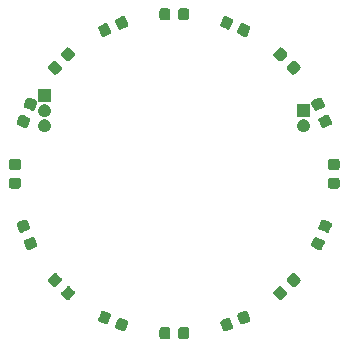
<source format=gbr>
G04 #@! TF.GenerationSoftware,KiCad,Pcbnew,(5.1.4)-1*
G04 #@! TF.CreationDate,2020-09-02T00:42:46-07:00*
G04 #@! TF.ProjectId,LED_Ring,4c45445f-5269-46e6-972e-6b696361645f,rev?*
G04 #@! TF.SameCoordinates,Original*
G04 #@! TF.FileFunction,Soldermask,Bot*
G04 #@! TF.FilePolarity,Negative*
%FSLAX46Y46*%
G04 Gerber Fmt 4.6, Leading zero omitted, Abs format (unit mm)*
G04 Created by KiCad (PCBNEW (5.1.4)-1) date 2020-09-02 00:42:46*
%MOMM*%
%LPD*%
G04 APERTURE LIST*
%ADD10C,0.100000*%
G04 APERTURE END LIST*
D10*
G36*
X111084497Y-93003799D02*
G01*
X111123107Y-93015511D01*
X111158693Y-93034533D01*
X111189876Y-93060124D01*
X111215467Y-93091307D01*
X111234489Y-93126893D01*
X111246201Y-93165503D01*
X111250400Y-93208141D01*
X111250400Y-93791859D01*
X111246201Y-93834497D01*
X111234489Y-93873107D01*
X111215467Y-93908693D01*
X111189876Y-93939876D01*
X111158693Y-93965467D01*
X111123107Y-93984489D01*
X111084497Y-93996201D01*
X111041859Y-94000400D01*
X110533141Y-94000400D01*
X110490503Y-93996201D01*
X110451893Y-93984489D01*
X110416307Y-93965467D01*
X110385124Y-93939876D01*
X110359533Y-93908693D01*
X110340511Y-93873107D01*
X110328799Y-93834497D01*
X110324600Y-93791859D01*
X110324600Y-93208141D01*
X110328799Y-93165503D01*
X110340511Y-93126893D01*
X110359533Y-93091307D01*
X110385124Y-93060124D01*
X110416307Y-93034533D01*
X110451893Y-93015511D01*
X110490503Y-93003799D01*
X110533141Y-92999600D01*
X111041859Y-92999600D01*
X111084497Y-93003799D01*
X111084497Y-93003799D01*
G37*
G36*
X109509497Y-93003799D02*
G01*
X109548107Y-93015511D01*
X109583693Y-93034533D01*
X109614876Y-93060124D01*
X109640467Y-93091307D01*
X109659489Y-93126893D01*
X109671201Y-93165503D01*
X109675400Y-93208141D01*
X109675400Y-93791859D01*
X109671201Y-93834497D01*
X109659489Y-93873107D01*
X109640467Y-93908693D01*
X109614876Y-93939876D01*
X109583693Y-93965467D01*
X109548107Y-93984489D01*
X109509497Y-93996201D01*
X109466859Y-94000400D01*
X108958141Y-94000400D01*
X108915503Y-93996201D01*
X108876893Y-93984489D01*
X108841307Y-93965467D01*
X108810124Y-93939876D01*
X108784533Y-93908693D01*
X108765511Y-93873107D01*
X108753799Y-93834497D01*
X108749600Y-93791859D01*
X108749600Y-93208141D01*
X108753799Y-93165503D01*
X108765511Y-93126893D01*
X108784533Y-93091307D01*
X108810124Y-93060124D01*
X108841307Y-93034533D01*
X108876893Y-93015511D01*
X108915503Y-93003799D01*
X108958141Y-92999600D01*
X109466859Y-92999600D01*
X109509497Y-93003799D01*
X109509497Y-93003799D01*
G37*
G36*
X105476819Y-92201650D02*
G01*
X105517835Y-92214092D01*
X105987819Y-92408765D01*
X106025605Y-92428963D01*
X106056799Y-92454562D01*
X106082388Y-92485743D01*
X106101409Y-92521329D01*
X106113120Y-92559935D01*
X106117075Y-92600085D01*
X106113121Y-92640232D01*
X106100679Y-92681247D01*
X106091917Y-92702400D01*
X106091916Y-92702404D01*
X106079911Y-92731386D01*
X105877305Y-93220522D01*
X105857105Y-93258311D01*
X105831513Y-93289496D01*
X105800323Y-93315093D01*
X105764741Y-93334112D01*
X105726135Y-93345823D01*
X105685985Y-93349778D01*
X105645839Y-93345824D01*
X105604823Y-93333382D01*
X105134839Y-93138709D01*
X105097053Y-93118511D01*
X105065859Y-93092912D01*
X105040270Y-93061731D01*
X105021249Y-93026145D01*
X105009538Y-92987539D01*
X105005583Y-92947389D01*
X105009537Y-92907242D01*
X105021979Y-92866227D01*
X105245353Y-92326952D01*
X105265553Y-92289163D01*
X105291145Y-92257978D01*
X105322335Y-92232381D01*
X105357917Y-92213362D01*
X105396523Y-92201651D01*
X105436673Y-92197696D01*
X105476819Y-92201650D01*
X105476819Y-92201650D01*
G37*
G36*
X114603477Y-92201651D02*
G01*
X114642083Y-92213362D01*
X114677669Y-92232383D01*
X114708850Y-92257972D01*
X114734449Y-92289166D01*
X114754647Y-92326952D01*
X114978021Y-92866227D01*
X114990463Y-92907243D01*
X114994417Y-92947389D01*
X114990462Y-92987539D01*
X114978751Y-93026145D01*
X114959732Y-93061727D01*
X114934135Y-93092917D01*
X114902950Y-93118509D01*
X114865161Y-93138709D01*
X114395177Y-93333382D01*
X114354162Y-93345824D01*
X114314015Y-93349778D01*
X114273865Y-93345823D01*
X114235259Y-93334112D01*
X114199673Y-93315091D01*
X114168492Y-93289502D01*
X114142893Y-93258308D01*
X114122695Y-93220522D01*
X113920089Y-92731386D01*
X113908084Y-92702404D01*
X113908083Y-92702400D01*
X113899321Y-92681247D01*
X113886879Y-92640231D01*
X113882925Y-92600085D01*
X113886880Y-92559935D01*
X113898591Y-92521329D01*
X113917610Y-92485747D01*
X113943207Y-92454557D01*
X113974392Y-92428965D01*
X114012181Y-92408765D01*
X114482165Y-92214092D01*
X114523180Y-92201650D01*
X114563327Y-92197696D01*
X114603477Y-92201651D01*
X114603477Y-92201651D01*
G37*
G36*
X116058587Y-91598925D02*
G01*
X116097193Y-91610636D01*
X116132779Y-91629657D01*
X116163960Y-91655246D01*
X116189559Y-91686440D01*
X116209757Y-91724226D01*
X116328586Y-92011106D01*
X116416296Y-92222856D01*
X116433131Y-92263501D01*
X116445573Y-92304517D01*
X116449527Y-92344663D01*
X116445572Y-92384813D01*
X116433861Y-92423419D01*
X116414842Y-92459001D01*
X116389245Y-92490191D01*
X116358060Y-92515783D01*
X116320271Y-92535983D01*
X115850287Y-92730656D01*
X115809272Y-92743098D01*
X115769125Y-92747052D01*
X115728975Y-92743097D01*
X115690369Y-92731386D01*
X115654783Y-92712365D01*
X115623602Y-92686776D01*
X115598003Y-92655582D01*
X115577805Y-92617796D01*
X115354431Y-92078521D01*
X115341989Y-92037505D01*
X115338035Y-91997359D01*
X115341990Y-91957209D01*
X115353701Y-91918603D01*
X115372720Y-91883021D01*
X115398317Y-91851831D01*
X115429502Y-91826239D01*
X115467291Y-91806039D01*
X115937275Y-91611366D01*
X115978290Y-91598924D01*
X116018437Y-91594970D01*
X116058587Y-91598925D01*
X116058587Y-91598925D01*
G37*
G36*
X104021709Y-91598924D02*
G01*
X104062725Y-91611366D01*
X104532709Y-91806039D01*
X104570495Y-91826237D01*
X104601689Y-91851836D01*
X104627278Y-91883017D01*
X104646299Y-91918603D01*
X104658010Y-91957209D01*
X104661965Y-91997359D01*
X104658011Y-92037506D01*
X104645569Y-92078521D01*
X104422195Y-92617796D01*
X104401995Y-92655585D01*
X104376403Y-92686770D01*
X104345213Y-92712367D01*
X104309631Y-92731386D01*
X104271025Y-92743097D01*
X104230875Y-92747052D01*
X104190729Y-92743098D01*
X104149713Y-92730656D01*
X103679729Y-92535983D01*
X103641943Y-92515785D01*
X103610749Y-92490186D01*
X103585160Y-92459005D01*
X103566139Y-92423419D01*
X103554428Y-92384813D01*
X103550473Y-92344663D01*
X103554427Y-92304516D01*
X103566869Y-92263501D01*
X103583705Y-92222856D01*
X103671414Y-92011106D01*
X103790243Y-91724226D01*
X103810443Y-91686437D01*
X103836035Y-91655252D01*
X103867225Y-91629655D01*
X103902807Y-91610636D01*
X103941413Y-91598925D01*
X103981563Y-91594970D01*
X104021709Y-91598924D01*
X104021709Y-91598924D01*
G37*
G36*
X119002725Y-89511181D02*
G01*
X119041335Y-89522893D01*
X119076921Y-89541915D01*
X119110043Y-89569097D01*
X119522787Y-89981841D01*
X119549969Y-90014963D01*
X119568991Y-90050549D01*
X119580703Y-90089159D01*
X119584657Y-90129306D01*
X119580703Y-90169453D01*
X119568991Y-90208063D01*
X119549969Y-90243649D01*
X119522787Y-90276771D01*
X119163077Y-90636481D01*
X119129955Y-90663663D01*
X119094369Y-90682685D01*
X119055759Y-90694397D01*
X119015612Y-90698351D01*
X118975465Y-90694397D01*
X118936855Y-90682685D01*
X118901269Y-90663663D01*
X118868147Y-90636481D01*
X118455403Y-90223737D01*
X118428221Y-90190615D01*
X118409199Y-90155029D01*
X118397487Y-90116419D01*
X118393533Y-90076272D01*
X118397487Y-90036125D01*
X118409199Y-89997515D01*
X118428221Y-89961929D01*
X118455403Y-89928807D01*
X118815113Y-89569097D01*
X118848235Y-89541915D01*
X118883821Y-89522893D01*
X118922431Y-89511181D01*
X118962578Y-89507227D01*
X119002725Y-89511181D01*
X119002725Y-89511181D01*
G37*
G36*
X101077569Y-89511181D02*
G01*
X101116179Y-89522893D01*
X101151765Y-89541915D01*
X101184887Y-89569097D01*
X101544597Y-89928807D01*
X101571779Y-89961929D01*
X101590801Y-89997515D01*
X101602513Y-90036125D01*
X101606467Y-90076272D01*
X101602513Y-90116419D01*
X101590801Y-90155029D01*
X101571779Y-90190615D01*
X101544597Y-90223737D01*
X101131853Y-90636481D01*
X101098731Y-90663663D01*
X101063145Y-90682685D01*
X101024535Y-90694397D01*
X100984388Y-90698351D01*
X100944241Y-90694397D01*
X100905631Y-90682685D01*
X100870045Y-90663663D01*
X100836923Y-90636481D01*
X100477213Y-90276771D01*
X100450031Y-90243649D01*
X100431009Y-90208063D01*
X100419297Y-90169453D01*
X100415343Y-90129306D01*
X100419297Y-90089159D01*
X100431009Y-90050549D01*
X100450031Y-90014963D01*
X100477213Y-89981841D01*
X100889957Y-89569097D01*
X100923079Y-89541915D01*
X100958665Y-89522893D01*
X100997275Y-89511181D01*
X101037422Y-89507227D01*
X101077569Y-89511181D01*
X101077569Y-89511181D01*
G37*
G36*
X120116419Y-88397487D02*
G01*
X120155029Y-88409199D01*
X120190615Y-88428221D01*
X120223737Y-88455403D01*
X120636481Y-88868147D01*
X120663663Y-88901269D01*
X120682685Y-88936855D01*
X120694397Y-88975465D01*
X120698351Y-89015612D01*
X120694397Y-89055759D01*
X120682685Y-89094369D01*
X120663663Y-89129955D01*
X120636481Y-89163077D01*
X120276771Y-89522787D01*
X120243649Y-89549969D01*
X120208063Y-89568991D01*
X120169453Y-89580703D01*
X120129306Y-89584657D01*
X120089159Y-89580703D01*
X120050549Y-89568991D01*
X120014963Y-89549969D01*
X119981841Y-89522787D01*
X119569097Y-89110043D01*
X119541915Y-89076921D01*
X119522893Y-89041335D01*
X119511181Y-89002725D01*
X119507227Y-88962578D01*
X119511181Y-88922431D01*
X119522893Y-88883821D01*
X119541915Y-88848235D01*
X119569097Y-88815113D01*
X119928807Y-88455403D01*
X119961929Y-88428221D01*
X119997515Y-88409199D01*
X120036125Y-88397487D01*
X120076272Y-88393533D01*
X120116419Y-88397487D01*
X120116419Y-88397487D01*
G37*
G36*
X99963875Y-88397487D02*
G01*
X100002485Y-88409199D01*
X100038071Y-88428221D01*
X100071193Y-88455403D01*
X100430903Y-88815113D01*
X100458085Y-88848235D01*
X100477107Y-88883821D01*
X100488819Y-88922431D01*
X100492773Y-88962578D01*
X100488819Y-89002725D01*
X100477107Y-89041335D01*
X100458085Y-89076921D01*
X100430903Y-89110043D01*
X100018159Y-89522787D01*
X99985037Y-89549969D01*
X99949451Y-89568991D01*
X99910841Y-89580703D01*
X99870694Y-89584657D01*
X99830547Y-89580703D01*
X99791937Y-89568991D01*
X99756351Y-89549969D01*
X99723229Y-89522787D01*
X99363519Y-89163077D01*
X99336337Y-89129955D01*
X99317315Y-89094369D01*
X99305603Y-89055759D01*
X99301649Y-89015612D01*
X99305603Y-88975465D01*
X99317315Y-88936855D01*
X99336337Y-88901269D01*
X99363519Y-88868147D01*
X99776263Y-88455403D01*
X99809385Y-88428221D01*
X99844971Y-88409199D01*
X99883581Y-88397487D01*
X99923728Y-88393533D01*
X99963875Y-88397487D01*
X99963875Y-88397487D01*
G37*
G36*
X98042791Y-85341990D02*
G01*
X98081397Y-85353701D01*
X98116979Y-85372720D01*
X98148169Y-85398317D01*
X98173761Y-85429502D01*
X98193961Y-85467291D01*
X98388634Y-85937275D01*
X98401076Y-85978290D01*
X98405030Y-86018437D01*
X98401075Y-86058587D01*
X98389364Y-86097193D01*
X98370343Y-86132779D01*
X98344754Y-86163960D01*
X98313560Y-86189559D01*
X98275774Y-86209757D01*
X97963455Y-86339123D01*
X97757656Y-86424368D01*
X97757652Y-86424369D01*
X97736499Y-86433131D01*
X97695483Y-86445573D01*
X97655337Y-86449527D01*
X97615187Y-86445572D01*
X97576581Y-86433861D01*
X97540999Y-86414842D01*
X97509809Y-86389245D01*
X97484217Y-86358060D01*
X97464017Y-86320271D01*
X97269344Y-85850287D01*
X97256902Y-85809272D01*
X97252948Y-85769125D01*
X97256903Y-85728975D01*
X97268614Y-85690369D01*
X97287635Y-85654783D01*
X97313224Y-85623602D01*
X97344418Y-85598003D01*
X97382204Y-85577805D01*
X97815528Y-85398317D01*
X97900322Y-85363194D01*
X97900326Y-85363193D01*
X97921479Y-85354431D01*
X97962495Y-85341989D01*
X98002641Y-85338035D01*
X98042791Y-85341990D01*
X98042791Y-85341990D01*
G37*
G36*
X122037506Y-85341989D02*
G01*
X122078521Y-85354431D01*
X122099674Y-85363193D01*
X122099678Y-85363194D01*
X122184472Y-85398317D01*
X122617796Y-85577805D01*
X122655585Y-85598005D01*
X122686770Y-85623597D01*
X122712367Y-85654787D01*
X122731386Y-85690369D01*
X122743097Y-85728975D01*
X122747052Y-85769125D01*
X122743098Y-85809271D01*
X122730656Y-85850287D01*
X122535983Y-86320271D01*
X122515785Y-86358057D01*
X122490186Y-86389251D01*
X122459005Y-86414840D01*
X122423419Y-86433861D01*
X122384813Y-86445572D01*
X122344663Y-86449527D01*
X122304516Y-86445573D01*
X122263501Y-86433131D01*
X122242348Y-86424369D01*
X122242344Y-86424368D01*
X122036545Y-86339123D01*
X121724226Y-86209757D01*
X121686437Y-86189557D01*
X121655252Y-86163965D01*
X121629655Y-86132775D01*
X121610636Y-86097193D01*
X121598925Y-86058587D01*
X121594970Y-86018437D01*
X121598924Y-85978291D01*
X121611366Y-85937275D01*
X121806039Y-85467291D01*
X121826237Y-85429505D01*
X121851836Y-85398311D01*
X121883017Y-85372722D01*
X121918603Y-85353701D01*
X121957209Y-85341990D01*
X121997359Y-85338035D01*
X122037506Y-85341989D01*
X122037506Y-85341989D01*
G37*
G36*
X97440065Y-83886880D02*
G01*
X97478671Y-83898591D01*
X97514253Y-83917610D01*
X97545443Y-83943207D01*
X97571035Y-83974392D01*
X97591235Y-84012181D01*
X97785908Y-84482165D01*
X97798350Y-84523180D01*
X97802304Y-84563327D01*
X97798349Y-84603477D01*
X97786638Y-84642083D01*
X97767617Y-84677669D01*
X97742028Y-84708850D01*
X97710834Y-84734449D01*
X97673048Y-84754647D01*
X97360729Y-84884013D01*
X97154930Y-84969258D01*
X97154926Y-84969259D01*
X97133773Y-84978021D01*
X97092757Y-84990463D01*
X97052611Y-84994417D01*
X97012461Y-84990462D01*
X96973855Y-84978751D01*
X96938273Y-84959732D01*
X96907083Y-84934135D01*
X96881491Y-84902950D01*
X96861291Y-84865161D01*
X96666618Y-84395177D01*
X96654176Y-84354162D01*
X96650222Y-84314015D01*
X96654177Y-84273865D01*
X96665888Y-84235259D01*
X96684909Y-84199673D01*
X96710498Y-84168492D01*
X96741692Y-84142893D01*
X96779478Y-84122695D01*
X97212802Y-83943207D01*
X97297596Y-83908084D01*
X97297600Y-83908083D01*
X97318753Y-83899321D01*
X97359769Y-83886879D01*
X97399915Y-83882925D01*
X97440065Y-83886880D01*
X97440065Y-83886880D01*
G37*
G36*
X122640232Y-83886879D02*
G01*
X122681247Y-83899321D01*
X122702400Y-83908083D01*
X122702404Y-83908084D01*
X122787198Y-83943207D01*
X123220522Y-84122695D01*
X123258311Y-84142895D01*
X123289496Y-84168487D01*
X123315093Y-84199677D01*
X123334112Y-84235259D01*
X123345823Y-84273865D01*
X123349778Y-84314015D01*
X123345824Y-84354161D01*
X123333382Y-84395177D01*
X123138709Y-84865161D01*
X123118511Y-84902947D01*
X123092912Y-84934141D01*
X123061731Y-84959730D01*
X123026145Y-84978751D01*
X122987539Y-84990462D01*
X122947389Y-84994417D01*
X122907242Y-84990463D01*
X122866227Y-84978021D01*
X122845074Y-84969259D01*
X122845070Y-84969258D01*
X122639271Y-84884013D01*
X122326952Y-84754647D01*
X122289163Y-84734447D01*
X122257978Y-84708855D01*
X122232381Y-84677665D01*
X122213362Y-84642083D01*
X122201651Y-84603477D01*
X122197696Y-84563327D01*
X122201650Y-84523181D01*
X122214092Y-84482165D01*
X122408765Y-84012181D01*
X122428963Y-83974395D01*
X122454562Y-83943201D01*
X122485743Y-83917612D01*
X122521329Y-83898591D01*
X122559935Y-83886880D01*
X122600085Y-83882925D01*
X122640232Y-83886879D01*
X122640232Y-83886879D01*
G37*
G36*
X123834497Y-80328799D02*
G01*
X123873107Y-80340511D01*
X123908693Y-80359533D01*
X123939876Y-80385124D01*
X123965467Y-80416307D01*
X123984489Y-80451893D01*
X123996201Y-80490503D01*
X124000400Y-80533141D01*
X124000400Y-81041859D01*
X123996201Y-81084497D01*
X123984489Y-81123107D01*
X123965467Y-81158693D01*
X123939876Y-81189876D01*
X123908693Y-81215467D01*
X123873107Y-81234489D01*
X123834497Y-81246201D01*
X123791859Y-81250400D01*
X123208141Y-81250400D01*
X123165503Y-81246201D01*
X123126893Y-81234489D01*
X123091307Y-81215467D01*
X123060124Y-81189876D01*
X123034533Y-81158693D01*
X123015511Y-81123107D01*
X123003799Y-81084497D01*
X122999600Y-81041859D01*
X122999600Y-80533141D01*
X123003799Y-80490503D01*
X123015511Y-80451893D01*
X123034533Y-80416307D01*
X123060124Y-80385124D01*
X123091307Y-80359533D01*
X123126893Y-80340511D01*
X123165503Y-80328799D01*
X123208141Y-80324600D01*
X123791859Y-80324600D01*
X123834497Y-80328799D01*
X123834497Y-80328799D01*
G37*
G36*
X96834497Y-80328799D02*
G01*
X96873107Y-80340511D01*
X96908693Y-80359533D01*
X96939876Y-80385124D01*
X96965467Y-80416307D01*
X96984489Y-80451893D01*
X96996201Y-80490503D01*
X97000400Y-80533141D01*
X97000400Y-81041859D01*
X96996201Y-81084497D01*
X96984489Y-81123107D01*
X96965467Y-81158693D01*
X96939876Y-81189876D01*
X96908693Y-81215467D01*
X96873107Y-81234489D01*
X96834497Y-81246201D01*
X96791859Y-81250400D01*
X96208141Y-81250400D01*
X96165503Y-81246201D01*
X96126893Y-81234489D01*
X96091307Y-81215467D01*
X96060124Y-81189876D01*
X96034533Y-81158693D01*
X96015511Y-81123107D01*
X96003799Y-81084497D01*
X95999600Y-81041859D01*
X95999600Y-80533141D01*
X96003799Y-80490503D01*
X96015511Y-80451893D01*
X96034533Y-80416307D01*
X96060124Y-80385124D01*
X96091307Y-80359533D01*
X96126893Y-80340511D01*
X96165503Y-80328799D01*
X96208141Y-80324600D01*
X96791859Y-80324600D01*
X96834497Y-80328799D01*
X96834497Y-80328799D01*
G37*
G36*
X96834497Y-78753799D02*
G01*
X96873107Y-78765511D01*
X96908693Y-78784533D01*
X96939876Y-78810124D01*
X96965467Y-78841307D01*
X96984489Y-78876893D01*
X96996201Y-78915503D01*
X97000400Y-78958141D01*
X97000400Y-79466859D01*
X96996201Y-79509497D01*
X96984489Y-79548107D01*
X96965467Y-79583693D01*
X96939876Y-79614876D01*
X96908693Y-79640467D01*
X96873107Y-79659489D01*
X96834497Y-79671201D01*
X96791859Y-79675400D01*
X96208141Y-79675400D01*
X96165503Y-79671201D01*
X96126893Y-79659489D01*
X96091307Y-79640467D01*
X96060124Y-79614876D01*
X96034533Y-79583693D01*
X96015511Y-79548107D01*
X96003799Y-79509497D01*
X95999600Y-79466859D01*
X95999600Y-78958141D01*
X96003799Y-78915503D01*
X96015511Y-78876893D01*
X96034533Y-78841307D01*
X96060124Y-78810124D01*
X96091307Y-78784533D01*
X96126893Y-78765511D01*
X96165503Y-78753799D01*
X96208141Y-78749600D01*
X96791859Y-78749600D01*
X96834497Y-78753799D01*
X96834497Y-78753799D01*
G37*
G36*
X123834497Y-78753799D02*
G01*
X123873107Y-78765511D01*
X123908693Y-78784533D01*
X123939876Y-78810124D01*
X123965467Y-78841307D01*
X123984489Y-78876893D01*
X123996201Y-78915503D01*
X124000400Y-78958141D01*
X124000400Y-79466859D01*
X123996201Y-79509497D01*
X123984489Y-79548107D01*
X123965467Y-79583693D01*
X123939876Y-79614876D01*
X123908693Y-79640467D01*
X123873107Y-79659489D01*
X123834497Y-79671201D01*
X123791859Y-79675400D01*
X123208141Y-79675400D01*
X123165503Y-79671201D01*
X123126893Y-79659489D01*
X123091307Y-79640467D01*
X123060124Y-79614876D01*
X123034533Y-79583693D01*
X123015511Y-79548107D01*
X123003799Y-79509497D01*
X122999600Y-79466859D01*
X122999600Y-78958141D01*
X123003799Y-78915503D01*
X123015511Y-78876893D01*
X123034533Y-78841307D01*
X123060124Y-78810124D01*
X123091307Y-78784533D01*
X123126893Y-78765511D01*
X123165503Y-78753799D01*
X123208141Y-78749600D01*
X123791859Y-78749600D01*
X123834497Y-78753799D01*
X123834497Y-78753799D01*
G37*
G36*
X99112676Y-75396102D02*
G01*
X99211715Y-75426145D01*
X99302989Y-75474932D01*
X99382991Y-75540589D01*
X99448648Y-75620591D01*
X99497435Y-75711865D01*
X99527478Y-75810904D01*
X99537622Y-75913900D01*
X99527478Y-76016896D01*
X99497435Y-76115935D01*
X99448648Y-76207209D01*
X99382991Y-76287211D01*
X99302989Y-76352868D01*
X99211715Y-76401655D01*
X99112676Y-76431698D01*
X99035490Y-76439300D01*
X98983870Y-76439300D01*
X98906684Y-76431698D01*
X98807645Y-76401655D01*
X98716371Y-76352868D01*
X98636369Y-76287211D01*
X98570712Y-76207209D01*
X98521925Y-76115935D01*
X98491882Y-76016896D01*
X98481738Y-75913900D01*
X98491882Y-75810904D01*
X98521925Y-75711865D01*
X98570712Y-75620591D01*
X98636369Y-75540589D01*
X98716371Y-75474932D01*
X98807645Y-75426145D01*
X98906684Y-75396102D01*
X98983870Y-75388500D01*
X99035490Y-75388500D01*
X99112676Y-75396102D01*
X99112676Y-75396102D01*
G37*
G36*
X121044576Y-75395622D02*
G01*
X121143615Y-75425665D01*
X121234889Y-75474452D01*
X121314891Y-75540109D01*
X121380548Y-75620111D01*
X121429335Y-75711385D01*
X121459378Y-75810424D01*
X121469522Y-75913420D01*
X121459378Y-76016416D01*
X121429335Y-76115455D01*
X121380548Y-76206729D01*
X121314891Y-76286731D01*
X121234889Y-76352388D01*
X121143615Y-76401175D01*
X121044576Y-76431218D01*
X120967390Y-76438820D01*
X120915770Y-76438820D01*
X120838584Y-76431218D01*
X120739545Y-76401175D01*
X120648271Y-76352388D01*
X120568269Y-76286731D01*
X120502612Y-76206729D01*
X120453825Y-76115455D01*
X120423782Y-76016416D01*
X120413638Y-75913420D01*
X120423782Y-75810424D01*
X120453825Y-75711385D01*
X120502612Y-75620111D01*
X120568269Y-75540109D01*
X120648271Y-75474452D01*
X120739545Y-75425665D01*
X120838584Y-75395622D01*
X120915770Y-75388020D01*
X120967390Y-75388020D01*
X121044576Y-75395622D01*
X121044576Y-75395622D01*
G37*
G36*
X97092758Y-75009537D02*
G01*
X97133773Y-75021979D01*
X97154926Y-75030741D01*
X97154930Y-75030742D01*
X97239724Y-75065865D01*
X97673048Y-75245353D01*
X97710837Y-75265553D01*
X97742022Y-75291145D01*
X97767619Y-75322335D01*
X97786638Y-75357917D01*
X97798349Y-75396523D01*
X97802304Y-75436673D01*
X97798350Y-75476819D01*
X97785908Y-75517835D01*
X97591235Y-75987819D01*
X97571037Y-76025605D01*
X97545438Y-76056799D01*
X97514257Y-76082388D01*
X97478671Y-76101409D01*
X97440065Y-76113120D01*
X97399915Y-76117075D01*
X97359768Y-76113121D01*
X97318753Y-76100679D01*
X97297600Y-76091917D01*
X97297596Y-76091916D01*
X97137508Y-76025605D01*
X96779478Y-75877305D01*
X96741689Y-75857105D01*
X96710504Y-75831513D01*
X96684907Y-75800323D01*
X96665888Y-75764741D01*
X96654177Y-75726135D01*
X96650222Y-75685985D01*
X96654176Y-75645839D01*
X96666618Y-75604823D01*
X96861291Y-75134839D01*
X96881489Y-75097053D01*
X96907088Y-75065859D01*
X96938269Y-75040270D01*
X96973855Y-75021249D01*
X97012461Y-75009538D01*
X97052611Y-75005583D01*
X97092758Y-75009537D01*
X97092758Y-75009537D01*
G37*
G36*
X122987539Y-75009538D02*
G01*
X123026145Y-75021249D01*
X123061727Y-75040268D01*
X123092917Y-75065865D01*
X123118509Y-75097050D01*
X123138709Y-75134839D01*
X123333382Y-75604823D01*
X123345824Y-75645838D01*
X123349778Y-75685985D01*
X123345823Y-75726135D01*
X123334112Y-75764741D01*
X123315091Y-75800327D01*
X123289502Y-75831508D01*
X123258308Y-75857107D01*
X123220522Y-75877305D01*
X122862492Y-76025605D01*
X122702404Y-76091916D01*
X122702400Y-76091917D01*
X122681247Y-76100679D01*
X122640231Y-76113121D01*
X122600085Y-76117075D01*
X122559935Y-76113120D01*
X122521329Y-76101409D01*
X122485747Y-76082390D01*
X122454557Y-76056793D01*
X122428965Y-76025608D01*
X122408765Y-75987819D01*
X122214092Y-75517835D01*
X122201650Y-75476820D01*
X122197696Y-75436673D01*
X122201651Y-75396523D01*
X122213362Y-75357917D01*
X122232383Y-75322331D01*
X122257972Y-75291150D01*
X122289166Y-75265551D01*
X122326952Y-75245353D01*
X122760276Y-75065865D01*
X122845070Y-75030742D01*
X122845074Y-75030741D01*
X122866227Y-75021979D01*
X122907243Y-75009537D01*
X122947389Y-75005583D01*
X122987539Y-75009538D01*
X122987539Y-75009538D01*
G37*
G36*
X99112676Y-74126102D02*
G01*
X99211715Y-74156145D01*
X99302989Y-74204932D01*
X99382991Y-74270589D01*
X99448648Y-74350591D01*
X99497435Y-74441865D01*
X99527478Y-74540904D01*
X99537622Y-74643900D01*
X99527478Y-74746896D01*
X99497435Y-74845935D01*
X99448648Y-74937209D01*
X99382991Y-75017211D01*
X99302989Y-75082868D01*
X99211715Y-75131655D01*
X99112676Y-75161698D01*
X99035490Y-75169300D01*
X98983870Y-75169300D01*
X98906684Y-75161698D01*
X98807645Y-75131655D01*
X98716371Y-75082868D01*
X98636369Y-75017211D01*
X98570712Y-74937209D01*
X98521925Y-74845935D01*
X98491882Y-74746896D01*
X98481738Y-74643900D01*
X98491882Y-74540904D01*
X98521925Y-74441865D01*
X98570712Y-74350591D01*
X98636369Y-74270589D01*
X98716371Y-74204932D01*
X98807645Y-74156145D01*
X98906684Y-74126102D01*
X98983870Y-74118500D01*
X99035490Y-74118500D01*
X99112676Y-74126102D01*
X99112676Y-74126102D01*
G37*
G36*
X121466980Y-75168820D02*
G01*
X120416180Y-75168820D01*
X120416180Y-74118020D01*
X121466980Y-74118020D01*
X121466980Y-75168820D01*
X121466980Y-75168820D01*
G37*
G36*
X97695484Y-73554427D02*
G01*
X97736499Y-73566869D01*
X97757652Y-73575631D01*
X97757656Y-73575632D01*
X97842450Y-73610755D01*
X98275774Y-73790243D01*
X98313563Y-73810443D01*
X98344748Y-73836035D01*
X98370345Y-73867225D01*
X98388680Y-73901528D01*
X98394212Y-73909808D01*
X98401254Y-73916850D01*
X98409534Y-73922382D01*
X98410298Y-73922698D01*
X98406043Y-73930659D01*
X98403152Y-73940189D01*
X98402176Y-73950099D01*
X98402421Y-73955078D01*
X98405030Y-73981563D01*
X98401076Y-74021709D01*
X98388634Y-74062725D01*
X98193961Y-74532709D01*
X98173763Y-74570495D01*
X98148164Y-74601689D01*
X98116983Y-74627278D01*
X98081397Y-74646299D01*
X98042791Y-74658010D01*
X98002641Y-74661965D01*
X97962494Y-74658011D01*
X97921479Y-74645569D01*
X97900326Y-74636807D01*
X97900322Y-74636806D01*
X97694523Y-74551561D01*
X97382204Y-74422195D01*
X97344415Y-74401995D01*
X97313230Y-74376403D01*
X97287633Y-74345213D01*
X97268614Y-74309631D01*
X97256903Y-74271025D01*
X97252948Y-74230875D01*
X97256902Y-74190729D01*
X97269344Y-74149713D01*
X97464017Y-73679729D01*
X97484215Y-73641943D01*
X97509814Y-73610749D01*
X97540995Y-73585160D01*
X97576581Y-73566139D01*
X97615187Y-73554428D01*
X97655337Y-73550473D01*
X97695484Y-73554427D01*
X97695484Y-73554427D01*
G37*
G36*
X122384813Y-73554428D02*
G01*
X122423419Y-73566139D01*
X122459001Y-73585158D01*
X122490191Y-73610755D01*
X122515783Y-73641940D01*
X122535983Y-73679729D01*
X122730656Y-74149713D01*
X122743098Y-74190728D01*
X122747052Y-74230875D01*
X122743097Y-74271025D01*
X122731386Y-74309631D01*
X122712365Y-74345217D01*
X122686776Y-74376398D01*
X122655582Y-74401997D01*
X122617796Y-74422195D01*
X122305477Y-74551561D01*
X122099678Y-74636806D01*
X122099674Y-74636807D01*
X122078521Y-74645569D01*
X122037505Y-74658011D01*
X121997359Y-74661965D01*
X121957209Y-74658010D01*
X121918603Y-74646299D01*
X121883021Y-74627280D01*
X121851831Y-74601683D01*
X121826239Y-74570498D01*
X121806039Y-74532709D01*
X121611366Y-74062725D01*
X121598924Y-74021710D01*
X121594970Y-73981563D01*
X121598925Y-73941413D01*
X121610636Y-73902807D01*
X121629657Y-73867221D01*
X121655246Y-73836040D01*
X121686440Y-73810441D01*
X121724226Y-73790243D01*
X122157550Y-73610755D01*
X122242344Y-73575632D01*
X122242348Y-73575631D01*
X122263501Y-73566869D01*
X122304517Y-73554427D01*
X122344663Y-73550473D01*
X122384813Y-73554428D01*
X122384813Y-73554428D01*
G37*
G36*
X99535080Y-73899300D02*
G01*
X98479204Y-73899300D01*
X98482092Y-73892329D01*
X98484035Y-73882562D01*
X98484280Y-73877582D01*
X98484280Y-72848500D01*
X99535080Y-72848500D01*
X99535080Y-73899300D01*
X99535080Y-73899300D01*
G37*
G36*
X99910841Y-70419297D02*
G01*
X99949451Y-70431009D01*
X99985037Y-70450031D01*
X100018159Y-70477213D01*
X100430903Y-70889957D01*
X100458085Y-70923079D01*
X100477107Y-70958665D01*
X100488819Y-70997275D01*
X100492773Y-71037422D01*
X100488819Y-71077569D01*
X100477107Y-71116179D01*
X100458085Y-71151765D01*
X100430903Y-71184887D01*
X100071193Y-71544597D01*
X100038071Y-71571779D01*
X100002485Y-71590801D01*
X99963875Y-71602513D01*
X99923728Y-71606467D01*
X99883581Y-71602513D01*
X99844971Y-71590801D01*
X99809385Y-71571779D01*
X99776263Y-71544597D01*
X99363519Y-71131853D01*
X99336337Y-71098731D01*
X99317315Y-71063145D01*
X99305603Y-71024535D01*
X99301649Y-70984388D01*
X99305603Y-70944241D01*
X99317315Y-70905631D01*
X99336337Y-70870045D01*
X99363519Y-70836923D01*
X99723229Y-70477213D01*
X99756351Y-70450031D01*
X99791937Y-70431009D01*
X99830547Y-70419297D01*
X99870694Y-70415343D01*
X99910841Y-70419297D01*
X99910841Y-70419297D01*
G37*
G36*
X120169453Y-70419297D02*
G01*
X120208063Y-70431009D01*
X120243649Y-70450031D01*
X120276771Y-70477213D01*
X120636481Y-70836923D01*
X120663663Y-70870045D01*
X120682685Y-70905631D01*
X120694397Y-70944241D01*
X120698351Y-70984388D01*
X120694397Y-71024535D01*
X120682685Y-71063145D01*
X120663663Y-71098731D01*
X120636481Y-71131853D01*
X120223737Y-71544597D01*
X120190615Y-71571779D01*
X120155029Y-71590801D01*
X120116419Y-71602513D01*
X120076272Y-71606467D01*
X120036125Y-71602513D01*
X119997515Y-71590801D01*
X119961929Y-71571779D01*
X119928807Y-71544597D01*
X119569097Y-71184887D01*
X119541915Y-71151765D01*
X119522893Y-71116179D01*
X119511181Y-71077569D01*
X119507227Y-71037422D01*
X119511181Y-70997275D01*
X119522893Y-70958665D01*
X119541915Y-70923079D01*
X119569097Y-70889957D01*
X119981841Y-70477213D01*
X120014963Y-70450031D01*
X120050549Y-70431009D01*
X120089159Y-70419297D01*
X120129306Y-70415343D01*
X120169453Y-70419297D01*
X120169453Y-70419297D01*
G37*
G36*
X119055759Y-69305603D02*
G01*
X119094369Y-69317315D01*
X119129955Y-69336337D01*
X119163077Y-69363519D01*
X119522787Y-69723229D01*
X119549969Y-69756351D01*
X119568991Y-69791937D01*
X119580703Y-69830547D01*
X119584657Y-69870694D01*
X119580703Y-69910841D01*
X119568991Y-69949451D01*
X119549969Y-69985037D01*
X119522787Y-70018159D01*
X119110043Y-70430903D01*
X119076921Y-70458085D01*
X119041335Y-70477107D01*
X119002725Y-70488819D01*
X118962578Y-70492773D01*
X118922431Y-70488819D01*
X118883821Y-70477107D01*
X118848235Y-70458085D01*
X118815113Y-70430903D01*
X118455403Y-70071193D01*
X118428221Y-70038071D01*
X118409199Y-70002485D01*
X118397487Y-69963875D01*
X118393533Y-69923728D01*
X118397487Y-69883581D01*
X118409199Y-69844971D01*
X118428221Y-69809385D01*
X118455403Y-69776263D01*
X118868147Y-69363519D01*
X118901269Y-69336337D01*
X118936855Y-69317315D01*
X118975465Y-69305603D01*
X119015612Y-69301649D01*
X119055759Y-69305603D01*
X119055759Y-69305603D01*
G37*
G36*
X101024535Y-69305603D02*
G01*
X101063145Y-69317315D01*
X101098731Y-69336337D01*
X101131853Y-69363519D01*
X101544597Y-69776263D01*
X101571779Y-69809385D01*
X101590801Y-69844971D01*
X101602513Y-69883581D01*
X101606467Y-69923728D01*
X101602513Y-69963875D01*
X101590801Y-70002485D01*
X101571779Y-70038071D01*
X101544597Y-70071193D01*
X101184887Y-70430903D01*
X101151765Y-70458085D01*
X101116179Y-70477107D01*
X101077569Y-70488819D01*
X101037422Y-70492773D01*
X100997275Y-70488819D01*
X100958665Y-70477107D01*
X100923079Y-70458085D01*
X100889957Y-70430903D01*
X100477213Y-70018159D01*
X100450031Y-69985037D01*
X100431009Y-69949451D01*
X100419297Y-69910841D01*
X100415343Y-69870694D01*
X100419297Y-69830547D01*
X100431009Y-69791937D01*
X100450031Y-69756351D01*
X100477213Y-69723229D01*
X100836923Y-69363519D01*
X100870045Y-69336337D01*
X100905631Y-69317315D01*
X100944241Y-69305603D01*
X100984388Y-69301649D01*
X101024535Y-69305603D01*
X101024535Y-69305603D01*
G37*
G36*
X104271025Y-67256903D02*
G01*
X104309631Y-67268614D01*
X104345217Y-67287635D01*
X104376398Y-67313224D01*
X104401997Y-67344418D01*
X104422195Y-67382204D01*
X104645569Y-67921479D01*
X104658011Y-67962495D01*
X104661965Y-68002641D01*
X104658010Y-68042791D01*
X104646299Y-68081397D01*
X104627280Y-68116979D01*
X104601683Y-68148169D01*
X104570498Y-68173761D01*
X104532709Y-68193961D01*
X104062725Y-68388634D01*
X104021710Y-68401076D01*
X103981563Y-68405030D01*
X103941413Y-68401075D01*
X103902807Y-68389364D01*
X103867221Y-68370343D01*
X103836040Y-68344754D01*
X103810441Y-68313560D01*
X103790243Y-68275774D01*
X103587637Y-67786638D01*
X103575632Y-67757656D01*
X103575631Y-67757652D01*
X103566869Y-67736499D01*
X103554427Y-67695483D01*
X103550473Y-67655337D01*
X103554428Y-67615187D01*
X103566139Y-67576581D01*
X103585158Y-67540999D01*
X103610755Y-67509809D01*
X103641940Y-67484217D01*
X103679729Y-67464017D01*
X104149713Y-67269344D01*
X104190728Y-67256902D01*
X104230875Y-67252948D01*
X104271025Y-67256903D01*
X104271025Y-67256903D01*
G37*
G36*
X115809271Y-67256902D02*
G01*
X115850287Y-67269344D01*
X116320271Y-67464017D01*
X116358057Y-67484215D01*
X116389251Y-67509814D01*
X116414840Y-67540995D01*
X116433861Y-67576581D01*
X116445572Y-67615187D01*
X116449527Y-67655337D01*
X116445573Y-67695484D01*
X116433131Y-67736499D01*
X116424369Y-67757652D01*
X116424368Y-67757656D01*
X116412363Y-67786638D01*
X116209757Y-68275774D01*
X116189557Y-68313563D01*
X116163965Y-68344748D01*
X116132775Y-68370345D01*
X116097193Y-68389364D01*
X116058587Y-68401075D01*
X116018437Y-68405030D01*
X115978291Y-68401076D01*
X115937275Y-68388634D01*
X115467291Y-68193961D01*
X115429505Y-68173763D01*
X115398311Y-68148164D01*
X115372722Y-68116983D01*
X115353701Y-68081397D01*
X115341990Y-68042791D01*
X115338035Y-68002641D01*
X115341989Y-67962494D01*
X115354431Y-67921479D01*
X115577805Y-67382204D01*
X115598005Y-67344415D01*
X115623597Y-67313230D01*
X115654787Y-67287633D01*
X115690369Y-67268614D01*
X115728975Y-67256903D01*
X115769125Y-67252948D01*
X115809271Y-67256902D01*
X115809271Y-67256902D01*
G37*
G36*
X114354161Y-66654176D02*
G01*
X114395177Y-66666618D01*
X114865161Y-66861291D01*
X114902947Y-66881489D01*
X114934141Y-66907088D01*
X114959730Y-66938269D01*
X114978751Y-66973855D01*
X114990462Y-67012461D01*
X114994417Y-67052611D01*
X114990463Y-67092758D01*
X114978021Y-67133773D01*
X114754647Y-67673048D01*
X114734447Y-67710837D01*
X114708855Y-67742022D01*
X114677665Y-67767619D01*
X114642083Y-67786638D01*
X114603477Y-67798349D01*
X114563327Y-67802304D01*
X114523181Y-67798350D01*
X114482165Y-67785908D01*
X114012181Y-67591235D01*
X113974395Y-67571037D01*
X113943201Y-67545438D01*
X113917612Y-67514257D01*
X113898591Y-67478671D01*
X113886880Y-67440065D01*
X113882925Y-67399915D01*
X113886879Y-67359768D01*
X113899321Y-67318753D01*
X113916157Y-67278108D01*
X114003866Y-67066358D01*
X114122695Y-66779478D01*
X114142895Y-66741689D01*
X114168487Y-66710504D01*
X114199677Y-66684907D01*
X114235259Y-66665888D01*
X114273865Y-66654177D01*
X114314015Y-66650222D01*
X114354161Y-66654176D01*
X114354161Y-66654176D01*
G37*
G36*
X105726135Y-66654177D02*
G01*
X105764741Y-66665888D01*
X105800327Y-66684909D01*
X105831508Y-66710498D01*
X105857107Y-66741692D01*
X105877305Y-66779478D01*
X105996134Y-67066358D01*
X106083844Y-67278108D01*
X106100679Y-67318753D01*
X106113121Y-67359769D01*
X106117075Y-67399915D01*
X106113120Y-67440065D01*
X106101409Y-67478671D01*
X106082390Y-67514253D01*
X106056793Y-67545443D01*
X106025608Y-67571035D01*
X105987819Y-67591235D01*
X105517835Y-67785908D01*
X105476820Y-67798350D01*
X105436673Y-67802304D01*
X105396523Y-67798349D01*
X105357917Y-67786638D01*
X105322331Y-67767617D01*
X105291150Y-67742028D01*
X105265551Y-67710834D01*
X105245353Y-67673048D01*
X105021979Y-67133773D01*
X105009537Y-67092757D01*
X105005583Y-67052611D01*
X105009538Y-67012461D01*
X105021249Y-66973855D01*
X105040268Y-66938273D01*
X105065865Y-66907083D01*
X105097050Y-66881491D01*
X105134839Y-66861291D01*
X105604823Y-66666618D01*
X105645838Y-66654176D01*
X105685985Y-66650222D01*
X105726135Y-66654177D01*
X105726135Y-66654177D01*
G37*
G36*
X111084497Y-66003799D02*
G01*
X111123107Y-66015511D01*
X111158693Y-66034533D01*
X111189876Y-66060124D01*
X111215467Y-66091307D01*
X111234489Y-66126893D01*
X111246201Y-66165503D01*
X111250400Y-66208141D01*
X111250400Y-66791859D01*
X111246201Y-66834497D01*
X111234489Y-66873107D01*
X111215467Y-66908693D01*
X111189876Y-66939876D01*
X111158693Y-66965467D01*
X111123107Y-66984489D01*
X111084497Y-66996201D01*
X111041859Y-67000400D01*
X110533141Y-67000400D01*
X110490503Y-66996201D01*
X110451893Y-66984489D01*
X110416307Y-66965467D01*
X110385124Y-66939876D01*
X110359533Y-66908693D01*
X110340511Y-66873107D01*
X110328799Y-66834497D01*
X110324600Y-66791859D01*
X110324600Y-66208141D01*
X110328799Y-66165503D01*
X110340511Y-66126893D01*
X110359533Y-66091307D01*
X110385124Y-66060124D01*
X110416307Y-66034533D01*
X110451893Y-66015511D01*
X110490503Y-66003799D01*
X110533141Y-65999600D01*
X111041859Y-65999600D01*
X111084497Y-66003799D01*
X111084497Y-66003799D01*
G37*
G36*
X109509497Y-66003799D02*
G01*
X109548107Y-66015511D01*
X109583693Y-66034533D01*
X109614876Y-66060124D01*
X109640467Y-66091307D01*
X109659489Y-66126893D01*
X109671201Y-66165503D01*
X109675400Y-66208141D01*
X109675400Y-66791859D01*
X109671201Y-66834497D01*
X109659489Y-66873107D01*
X109640467Y-66908693D01*
X109614876Y-66939876D01*
X109583693Y-66965467D01*
X109548107Y-66984489D01*
X109509497Y-66996201D01*
X109466859Y-67000400D01*
X108958141Y-67000400D01*
X108915503Y-66996201D01*
X108876893Y-66984489D01*
X108841307Y-66965467D01*
X108810124Y-66939876D01*
X108784533Y-66908693D01*
X108765511Y-66873107D01*
X108753799Y-66834497D01*
X108749600Y-66791859D01*
X108749600Y-66208141D01*
X108753799Y-66165503D01*
X108765511Y-66126893D01*
X108784533Y-66091307D01*
X108810124Y-66060124D01*
X108841307Y-66034533D01*
X108876893Y-66015511D01*
X108915503Y-66003799D01*
X108958141Y-65999600D01*
X109466859Y-65999600D01*
X109509497Y-66003799D01*
X109509497Y-66003799D01*
G37*
M02*

</source>
